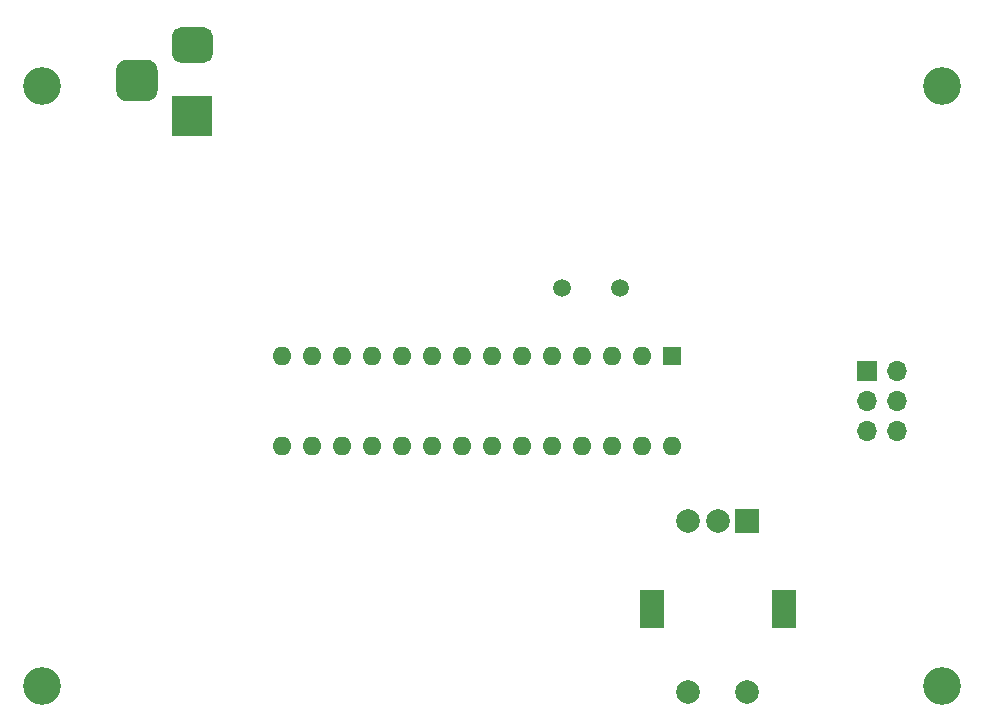
<source format=gbr>
%TF.GenerationSoftware,KiCad,Pcbnew,5.1.8+dfsg1-1+b1*%
%TF.CreationDate,2021-05-17T16:06:48-05:00*%
%TF.ProjectId,pmt-control,706d742d-636f-46e7-9472-6f6c2e6b6963,A*%
%TF.SameCoordinates,Original*%
%TF.FileFunction,Soldermask,Bot*%
%TF.FilePolarity,Negative*%
%FSLAX46Y46*%
G04 Gerber Fmt 4.6, Leading zero omitted, Abs format (unit mm)*
G04 Created by KiCad (PCBNEW 5.1.8+dfsg1-1+b1) date 2021-05-17 16:06:48*
%MOMM*%
%LPD*%
G01*
G04 APERTURE LIST*
%ADD10O,1.600000X1.600000*%
%ADD11R,1.600000X1.600000*%
%ADD12C,1.500000*%
%ADD13O,1.700000X1.700000*%
%ADD14R,1.700000X1.700000*%
%ADD15R,3.500000X3.500000*%
%ADD16R,2.000000X2.000000*%
%ADD17C,2.000000*%
%ADD18R,2.000000X3.200000*%
%ADD19C,3.200000*%
G04 APERTURE END LIST*
D10*
%TO.C,U1*%
X116840000Y-93980000D03*
X83820000Y-86360000D03*
X114300000Y-93980000D03*
X86360000Y-86360000D03*
X111760000Y-93980000D03*
X88900000Y-86360000D03*
X109220000Y-93980000D03*
X91440000Y-86360000D03*
X106680000Y-93980000D03*
X93980000Y-86360000D03*
X104140000Y-93980000D03*
X96520000Y-86360000D03*
X101600000Y-93980000D03*
X99060000Y-86360000D03*
X99060000Y-93980000D03*
X101600000Y-86360000D03*
X96520000Y-93980000D03*
X104140000Y-86360000D03*
X93980000Y-93980000D03*
X106680000Y-86360000D03*
X91440000Y-93980000D03*
X109220000Y-86360000D03*
X88900000Y-93980000D03*
X111760000Y-86360000D03*
X86360000Y-93980000D03*
X114300000Y-86360000D03*
X83820000Y-93980000D03*
D11*
X116840000Y-86360000D03*
%TD*%
D12*
%TO.C,Y1*%
X107515000Y-80645000D03*
X112395000Y-80645000D03*
%TD*%
D13*
%TO.C,J2*%
X135890000Y-92710000D03*
X133350000Y-92710000D03*
X135890000Y-90170000D03*
X133350000Y-90170000D03*
X135890000Y-87630000D03*
D14*
X133350000Y-87630000D03*
%TD*%
%TO.C,J1*%
G36*
G01*
X70625000Y-61290000D02*
X72375000Y-61290000D01*
G75*
G02*
X73250000Y-62165000I0J-875000D01*
G01*
X73250000Y-63915000D01*
G75*
G02*
X72375000Y-64790000I-875000J0D01*
G01*
X70625000Y-64790000D01*
G75*
G02*
X69750000Y-63915000I0J875000D01*
G01*
X69750000Y-62165000D01*
G75*
G02*
X70625000Y-61290000I875000J0D01*
G01*
G37*
G36*
G01*
X75200000Y-58540000D02*
X77200000Y-58540000D01*
G75*
G02*
X77950000Y-59290000I0J-750000D01*
G01*
X77950000Y-60790000D01*
G75*
G02*
X77200000Y-61540000I-750000J0D01*
G01*
X75200000Y-61540000D01*
G75*
G02*
X74450000Y-60790000I0J750000D01*
G01*
X74450000Y-59290000D01*
G75*
G02*
X75200000Y-58540000I750000J0D01*
G01*
G37*
D15*
X76200000Y-66040000D03*
%TD*%
D16*
%TO.C,SW1*%
X123190000Y-100330000D03*
D17*
X120690000Y-100330000D03*
X118190000Y-100330000D03*
D18*
X126290000Y-107830000D03*
X115090000Y-107830000D03*
D17*
X123190000Y-114830000D03*
X118190000Y-114830000D03*
%TD*%
D19*
%TO.C,REF\u002A\u002A*%
X63500000Y-114300000D03*
%TD*%
%TO.C,REF\u002A\u002A*%
X139700000Y-114300000D03*
%TD*%
%TO.C,REF\u002A\u002A*%
X63500000Y-63500000D03*
%TD*%
%TO.C,REF\u002A\u002A*%
X139700000Y-63500000D03*
%TD*%
M02*

</source>
